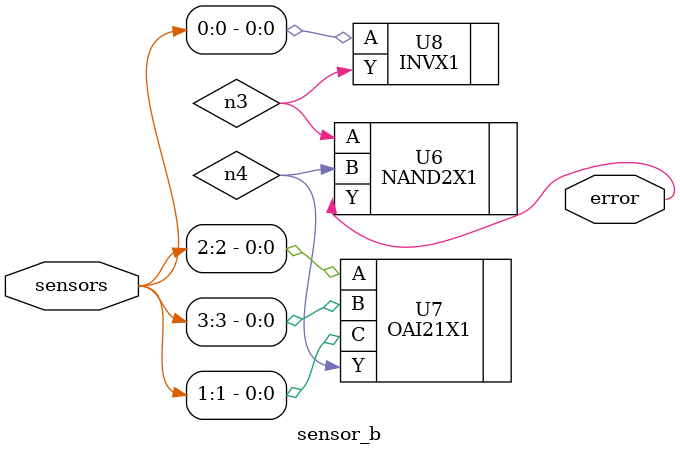
<source format=v>


module sensor_b ( sensors, error );
  input [3:0] sensors;
  output error;
  wire   n3, n4;

  NAND2X1 U6 ( .A(n3), .B(n4), .Y(error) );
  OAI21X1 U7 ( .A(sensors[2]), .B(sensors[3]), .C(sensors[1]), .Y(n4) );
  INVX1 U8 ( .A(sensors[0]), .Y(n3) );
endmodule


</source>
